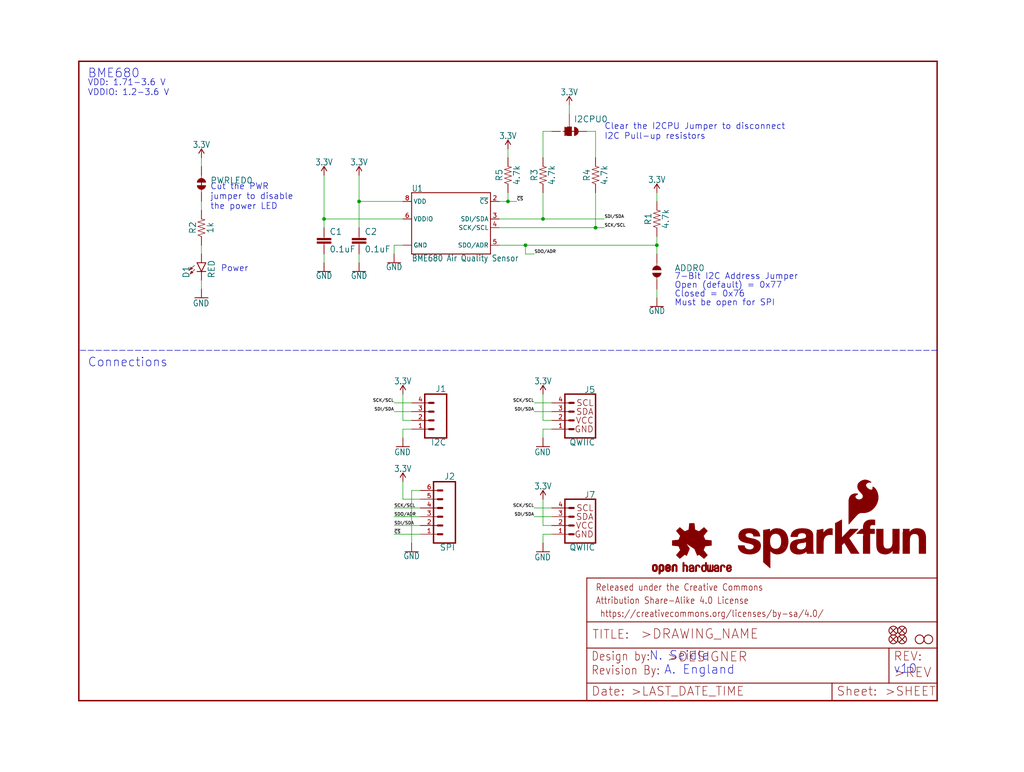
<source format=kicad_sch>
(kicad_sch (version 20211123) (generator eeschema)
  (paper "User" 297.002 223.926)
  (lib_symbols
    (symbol "eagleSchem-eagle-import:0.1UF-0603-100V-10%"
      (property "Reference" "C" (at 1.524 2.921 0))
      (property "Value" "0.1UF-0603-100V-10%" (at 1.524 -2.159 0))
      (symbol "0.1UF-0603-100V-10%_1_0"
        (pin passive line (at 0 5.08 270) (length 2.54) (name "1") (number "1"))
        (pin passive line (at 0 -2.54 90) (length 2.54) (name "2") (number "2"))
      )
    )
    (symbol "eagleSchem-eagle-import:1KOHM-0603-1{slash}10W-1%"
      (property "Reference" "R" (at 0 1.524 0))
      (property "Value" "1KOHM-0603-1{slash}10W-1%" (at 0 -1.524 0))
      (symbol "1KOHM-0603-1{slash}10W-1%_1_0"
        (pin passive line (at -5.08 0 0) (length 2.54) (name "1") (number "1"))
        (pin passive line (at 5.08 0 180) (length 2.54) (name "2") (number "2"))
      )
    )
    (symbol "eagleSchem-eagle-import:3.3V" (power)
      (property "Value" "3.3V" (at 0 2.794 0))
      (symbol "3.3V_1_0"
        (pin power_in line (at 0 0 90) (length 2.54) (name "3.3V") (number "1"))
      )
    )
    (symbol "eagleSchem-eagle-import:4.7KOHM-0603-1{slash}10W-1%"
      (property "Reference" "R" (at 0 1.524 0))
      (property "Value" "4.7KOHM-0603-1{slash}10W-1%" (at 0 -1.524 0))
      (symbol "4.7KOHM-0603-1{slash}10W-1%_1_0"
        (pin passive line (at -5.08 0 0) (length 2.54) (name "1") (number "1"))
        (pin passive line (at 5.08 0 180) (length 2.54) (name "2") (number "2"))
      )
    )
    (symbol "eagleSchem-eagle-import:BME680-LGA"
      (property "Reference" "U" (at -10.16 7.874 0))
      (property "Value" "BME680-LGA" (at -10.16 -10.414 0))
      (symbol "BME680-LGA_1_0"
        (pin bidirectional line (at -12.7 -7.62 0) (length 2.54) (name "GND") (number "1"))
        (pin bidirectional line (at 15.24 5.08 180) (length 2.54) (name "~{CS}") (number "2"))
        (pin bidirectional line (at 15.24 0 180) (length 2.54) (name "SDI/SDA") (number "3"))
        (pin bidirectional line (at 15.24 -2.54 180) (length 2.54) (name "SCK/SCL") (number "4"))
        (pin bidirectional line (at 15.24 -7.62 180) (length 2.54) (name "SDO/ADR") (number "5"))
        (pin bidirectional line (at -12.7 0 0) (length 2.54) (name "VDDIO") (number "6"))
        (pin bidirectional line (at -12.7 -7.62 0) (length 2.54) (name "GND") (number "7"))
        (pin bidirectional line (at -12.7 5.08 0) (length 2.54) (name "VDD") (number "8"))
      )
    )
    (symbol "eagleSchem-eagle-import:CONN_041X04_NO_SILK"
      (property "Reference" "J" (at -5.08 8.128 0))
      (property "Value" "CONN_041X04_NO_SILK" (at -5.08 -7.366 0))
      (symbol "CONN_041X04_NO_SILK_1_0"
        (pin passive line (at 5.08 -2.54 180) (length 5.08) (name "1") (number "1"))
        (pin passive line (at 5.08 0 180) (length 5.08) (name "2") (number "2"))
        (pin passive line (at 5.08 2.54 180) (length 5.08) (name "3") (number "3"))
        (pin passive line (at 5.08 5.08 180) (length 5.08) (name "4") (number "4"))
      )
    )
    (symbol "eagleSchem-eagle-import:CONN_06NO_SILK_FEMALE_PTH"
      (property "Reference" "J" (at -5.08 10.668 0))
      (property "Value" "CONN_06NO_SILK_FEMALE_PTH" (at -5.08 -9.906 0))
      (symbol "CONN_06NO_SILK_FEMALE_PTH_1_0"
        (pin passive line (at 5.08 -5.08 180) (length 5.08) (name "1") (number "1"))
        (pin passive line (at 5.08 -2.54 180) (length 5.08) (name "2") (number "2"))
        (pin passive line (at 5.08 0 180) (length 5.08) (name "3") (number "3"))
        (pin passive line (at 5.08 2.54 180) (length 5.08) (name "4") (number "4"))
        (pin passive line (at 5.08 5.08 180) (length 5.08) (name "5") (number "5"))
        (pin passive line (at 5.08 7.62 180) (length 5.08) (name "6") (number "6"))
      )
    )
    (symbol "eagleSchem-eagle-import:FIDUCIALUFIDUCIAL")
    (symbol "eagleSchem-eagle-import:FRAME-LETTER"
      (symbol "FRAME-LETTER_2_0"
        (text " https://creativecommons.org/licenses/by-sa/4.0/" (at 2.54 24.13 0) (effects (font (size 1.9304 1.6408)) (justify left bottom)))
        (text ">DESIGNER" (at 23.114 11.176 0) (effects (font (size 2.7432 2.7432)) (justify left bottom)))
        (text ">DRAWING_NAME" (at 15.494 17.78 0) (effects (font (size 2.7432 2.7432)) (justify left bottom)))
        (text ">LAST_DATE_TIME" (at 12.7 1.27 0) (effects (font (size 2.54 2.54)) (justify left bottom)))
        (text ">REV" (at 88.9 6.604 0) (effects (font (size 2.7432 2.7432)) (justify left bottom)))
        (text ">SHEET" (at 86.36 1.27 0) (effects (font (size 2.54 2.54)) (justify left bottom)))
        (text "Attribution Share-Alike 4.0 License" (at 2.54 27.94 0) (effects (font (size 1.9304 1.6408)) (justify left bottom)))
        (text "Date:" (at 1.27 1.27 0) (effects (font (size 2.54 2.54)) (justify left bottom)))
        (text "Design by:" (at 1.27 11.43 0) (effects (font (size 2.54 2.159)) (justify left bottom)))
        (text "Released under the Creative Commons" (at 2.54 31.75 0) (effects (font (size 1.9304 1.6408)) (justify left bottom)))
        (text "REV:" (at 88.9 11.43 0) (effects (font (size 2.54 2.54)) (justify left bottom)))
        (text "Sheet:" (at 72.39 1.27 0) (effects (font (size 2.54 2.54)) (justify left bottom)))
        (text "TITLE:" (at 1.524 17.78 0) (effects (font (size 2.54 2.54)) (justify left bottom)))
      )
    )
    (symbol "eagleSchem-eagle-import:GND" (power)
      (property "Value" "GND" (at -2.54 -2.54 0))
      (symbol "GND_1_0"
        (pin power_in line (at 0 2.54 270) (length 2.54) (name "GND") (number "1"))
      )
    )
    (symbol "eagleSchem-eagle-import:JUMPER-SMT_2_NC_TRACE_SILK"
      (property "Reference" "JP" (at -2.54 2.54 0))
      (property "Value" "JUMPER-SMT_2_NC_TRACE_SILK" (at -2.54 -2.54 0))
      (symbol "JUMPER-SMT_2_NC_TRACE_SILK_1_0"
        (pin passive line (at -5.08 0 0) (length 2.54) (name "1") (number "1"))
        (pin passive line (at 5.08 0 180) (length 2.54) (name "2") (number "2"))
      )
    )
    (symbol "eagleSchem-eagle-import:JUMPER-SMT_2_NO_SILK"
      (property "Reference" "JP" (at -2.54 2.54 0))
      (property "Value" "JUMPER-SMT_2_NO_SILK" (at -2.54 -2.54 0))
      (symbol "JUMPER-SMT_2_NO_SILK_1_0"
        (pin passive line (at -5.08 0 0) (length 2.54) (name "1") (number "1"))
        (pin passive line (at 5.08 0 180) (length 2.54) (name "2") (number "2"))
      )
    )
    (symbol "eagleSchem-eagle-import:JUMPER-SMT_3_2-NC_TRACE_SILK"
      (property "Reference" "JP" (at 2.54 0.381 0))
      (property "Value" "JUMPER-SMT_3_2-NC_TRACE_SILK" (at 2.54 -0.381 0))
      (symbol "JUMPER-SMT_3_2-NC_TRACE_SILK_1_0"
        (pin passive line (at 0 5.08 270) (length 2.54) (name "1") (number "1"))
        (pin passive line (at -5.08 0 0) (length 2.54) (name "2") (number "2"))
        (pin passive line (at 0 -5.08 90) (length 2.54) (name "3") (number "3"))
      )
    )
    (symbol "eagleSchem-eagle-import:LED-RED0603"
      (property "Reference" "D" (at -3.429 -4.572 90))
      (property "Value" "LED-RED0603" (at 1.905 -4.572 90))
      (symbol "LED-RED0603_1_0"
        (pin passive line (at 0 2.54 270) (length 2.54) (name "A") (number "A"))
        (pin passive line (at 0 -5.08 90) (length 2.54) (name "C") (number "C"))
      )
    )
    (symbol "eagleSchem-eagle-import:OSHW-LOGOMINI")
    (symbol "eagleSchem-eagle-import:QWIIC_CONNECTORJS-1MM"
      (property "Reference" "J" (at -5.08 7.874 0))
      (property "Value" "QWIIC_CONNECTORJS-1MM" (at -5.08 -5.334 0))
      (symbol "QWIIC_CONNECTORJS-1MM_1_0"
        (text "GND" (at -4.572 -2.54 0) (effects (font (size 1.778 1.778)) (justify left)))
        (text "SCL" (at -4.572 5.08 0) (effects (font (size 1.778 1.778)) (justify left)))
        (text "SDA" (at -4.572 2.54 0) (effects (font (size 1.778 1.778)) (justify left)))
        (text "VCC" (at -4.572 0 0) (effects (font (size 1.778 1.778)) (justify left)))
        (pin power_in line (at 7.62 -2.54 180) (length 5.08) (name "1") (number "1"))
        (pin power_in line (at 7.62 0 180) (length 5.08) (name "2") (number "2"))
        (pin passive line (at 7.62 2.54 180) (length 5.08) (name "3") (number "3"))
        (pin passive line (at 7.62 5.08 180) (length 5.08) (name "4") (number "4"))
      )
    )
    (symbol "eagleSchem-eagle-import:REVISION"
      (symbol "REVISION_1_0"
        (text "Revision By: " (at 0 0 0) (effects (font (size 2.54 2.159)) (justify left bottom)))
      )
    )
    (symbol "eagleSchem-eagle-import:SFE_LOGO_FLAME.1_INCH")
    (symbol "eagleSchem-eagle-import:SFE_LOGO_NAME_FLAME.1_INCH")
    (symbol "eagleSchem-eagle-import:STAND-OFFTIGHT")
  )
  (junction (at 152.4 71.12))
  (junction (at 147.32 58.42))
  (junction (at 172.72 66.04))
  (junction (at 190.5 71.12))
  (junction (at 157.48 63.5))
  (junction (at 93.98 63.5))
  (junction (at 104.14 58.42))
  (wire (pts (xy 172.72 38.1) (xy 170.18 38.1)))
  (wire (pts (xy 116.84 71.12) (xy 114.3 71.12)))
  (wire (pts (xy 104.14 66.04) (xy 104.14 58.42)))
  (wire (pts (xy 121.92 142.24) (xy 119.38 142.24)))
  (wire (pts (xy 157.48 45.72) (xy 157.48 38.1)))
  (wire (pts (xy 152.4 73.66) (xy 154.94 73.66)))
  (wire (pts (xy 157.48 152.4) (xy 157.48 144.78)))
  (wire (pts (xy 147.32 55.88) (xy 147.32 58.42)))
  (wire (pts (xy 114.3 71.12) (xy 114.3 73.66)))
  (wire (pts (xy 116.84 144.78) (xy 116.84 139.7)))
  (wire (pts (xy 144.78 66.04) (xy 172.72 66.04)))
  (wire (pts (xy 157.48 38.1) (xy 160.02 38.1)))
  (wire (pts (xy 157.48 124.46) (xy 157.48 127)))
  (wire (pts (xy 172.72 66.04) (xy 175.26 66.04)))
  (wire (pts (xy 144.78 58.42) (xy 147.32 58.42)))
  (wire (pts (xy 160.02 149.86) (xy 154.94 149.86)))
  (wire (pts (xy 190.5 55.88) (xy 190.5 58.42)))
  (wire (pts (xy 116.84 121.92) (xy 116.84 114.3)))
  (wire (pts (xy 172.72 45.72) (xy 172.72 38.1)))
  (wire (pts (xy 165.1 33.02) (xy 165.1 30.48)))
  (wire (pts (xy 93.98 50.8) (xy 93.98 63.5)))
  (wire (pts (xy 157.48 55.88) (xy 157.48 63.5)))
  (wire (pts (xy 58.42 73.66) (xy 58.42 71.12)))
  (wire (pts (xy 160.02 116.84) (xy 154.94 116.84)))
  (wire (pts (xy 190.5 83.82) (xy 190.5 86.36)))
  (wire (pts (xy 119.38 124.46) (xy 116.84 124.46)))
  (polyline (pts (xy 271.78 101.6) (xy 22.86 101.6)))
  (wire (pts (xy 152.4 71.12) (xy 152.4 73.66)))
  (wire (pts (xy 144.78 71.12) (xy 152.4 71.12)))
  (wire (pts (xy 104.14 50.8) (xy 104.14 58.42)))
  (wire (pts (xy 121.92 149.86) (xy 114.3 149.86)))
  (wire (pts (xy 121.92 147.32) (xy 114.3 147.32)))
  (wire (pts (xy 119.38 119.38) (xy 114.3 119.38)))
  (wire (pts (xy 93.98 66.04) (xy 93.98 63.5)))
  (wire (pts (xy 93.98 73.66) (xy 93.98 76.2)))
  (wire (pts (xy 119.38 121.92) (xy 116.84 121.92)))
  (wire (pts (xy 160.02 119.38) (xy 154.94 119.38)))
  (wire (pts (xy 160.02 154.94) (xy 157.48 154.94)))
  (wire (pts (xy 119.38 116.84) (xy 114.3 116.84)))
  (wire (pts (xy 119.38 142.24) (xy 119.38 157.48)))
  (wire (pts (xy 58.42 83.82) (xy 58.42 81.28)))
  (wire (pts (xy 58.42 45.72) (xy 58.42 48.26)))
  (wire (pts (xy 104.14 58.42) (xy 116.84 58.42)))
  (wire (pts (xy 160.02 121.92) (xy 157.48 121.92)))
  (wire (pts (xy 58.42 58.42) (xy 58.42 60.96)))
  (wire (pts (xy 190.5 71.12) (xy 190.5 68.58)))
  (wire (pts (xy 152.4 71.12) (xy 190.5 71.12)))
  (wire (pts (xy 144.78 63.5) (xy 157.48 63.5)))
  (wire (pts (xy 172.72 55.88) (xy 172.72 66.04)))
  (wire (pts (xy 157.48 121.92) (xy 157.48 114.3)))
  (wire (pts (xy 157.48 63.5) (xy 175.26 63.5)))
  (wire (pts (xy 121.92 154.94) (xy 114.3 154.94)))
  (wire (pts (xy 190.5 71.12) (xy 190.5 73.66)))
  (wire (pts (xy 121.92 144.78) (xy 116.84 144.78)))
  (wire (pts (xy 160.02 147.32) (xy 154.94 147.32)))
  (wire (pts (xy 121.92 152.4) (xy 114.3 152.4)))
  (wire (pts (xy 147.32 58.42) (xy 149.86 58.42)))
  (wire (pts (xy 160.02 124.46) (xy 157.48 124.46)))
  (wire (pts (xy 147.32 45.72) (xy 147.32 43.18)))
  (wire (pts (xy 93.98 63.5) (xy 116.84 63.5)))
  (wire (pts (xy 160.02 152.4) (xy 157.48 152.4)))
  (wire (pts (xy 104.14 73.66) (xy 104.14 76.2)))
  (wire (pts (xy 116.84 124.46) (xy 116.84 127)))
  (wire (pts (xy 157.48 154.94) (xy 157.48 157.48)))
  (text "Open (default) = 0x77" (at 195.58 83.82 180) (effects (font (size 1.778 1.778)) (justify left bottom)))
  (text "VDD: 1.71-3.6 V\nVDDIO: 1.2-3.6 V" (at 25.4 27.94 180) (effects (font (size 1.778 1.778)) (justify left bottom)))
  (text "BME680" (at 25.4 22.86 180) (effects (font (size 2.54 2.54)) (justify left bottom)))
  (text "Power" (at 64.008 78.994 180) (effects (font (size 1.778 1.778)) (justify left bottom)))
  (text "7-Bit I2C Address Jumper" (at 195.58 81.28 180) (effects (font (size 1.778 1.778)) (justify left bottom)))
  (text "Connections" (at 25.4 106.68 180) (effects (font (size 2.54 2.54)) (justify left bottom)))
  (text "A. England" (at 192.532 195.834 180) (effects (font (size 2.54 2.54)) (justify left bottom)))
  (text "Cut the PWR\njumper to disable\nthe power LED" (at 60.96 60.96 180) (effects (font (size 1.778 1.778)) (justify left bottom)))
  (text "Closed = 0x76" (at 195.58 86.36 180) (effects (font (size 1.778 1.778)) (justify left bottom)))
  (text "Must be open for SPI" (at 195.58 88.9 180) (effects (font (size 1.778 1.778)) (justify left bottom)))
  (text "Clear the I2CPU Jumper to disconnect\nI2C Pull-up resistors" (at 175.26 40.64 0) (effects (font (size 1.778 1.778)) (justify left bottom)))
  (text "N. Seidle" (at 188.214 191.77 180) (effects (font (size 2.54 2.54)) (justify left bottom)))
  (text "v10" (at 259.08 195.58 180) (effects (font (size 2.54 2.54)) (justify left bottom)))
  (label "SDI/SDA" (at 175.26 63.5 0) (effects (font (size 0.889 0.889))))
  (label "~{CS}" (at 149.86 58.42 0) (effects (font (size 0.889 0.889))))
  (label "SDI/SDA" (at 114.3 119.38 180) (effects (font (size 0.889 0.889))))
  (label "SCK/SCL" (at 154.94 116.84 180) (effects (font (size 0.889 0.889))))
  (label "SDO/ADR" (at 114.3 149.86 0) (effects (font (size 0.889 0.889))))
  (label "SDI/SDA" (at 154.94 149.86 180) (effects (font (size 0.889 0.889))))
  (label "SCK/SCL" (at 114.3 147.32 0) (effects (font (size 0.889 0.889))))
  (label "~{CS}" (at 114.3 154.94 0) (effects (font (size 0.889 0.889))))
  (label "SCK/SCL" (at 154.94 147.32 180) (effects (font (size 0.889 0.889))))
  (label "SDI/SDA" (at 154.94 119.38 180) (effects (font (size 0.889 0.889))))
  (label "SCK/SCL" (at 175.26 66.04 0) (effects (font (size 0.889 0.889))))
  (label "SCK/SCL" (at 114.3 116.84 180) (effects (font (size 0.889 0.889))))
  (label "SDI/SDA" (at 114.3 152.4 0) (effects (font (size 0.889 0.889))))
  (label "SDO/ADR" (at 154.94 73.66 0) (effects (font (size 0.889 0.889))))
  (symbol (lib_id "eagleSchem-eagle-import:FIDUCIALUFIDUCIAL") (at 261.62 182.88 0) (unit 1)
    (property "Reference" "FD2" (effects hide))
    (property "Value" "FIDUCIALUFIDUCIAL" (effects hide))
    (property "Footprint" "eagleSchem:FIDUCIAL-MICRO" (effects hide))
  )
  (symbol (lib_id "eagleSchem-eagle-import:GND") (at 116.84 129.54 0) (unit 1)
    (property "Reference" "#GND10" (effects hide))
    (property "Value" "GND" (at 114.3 132.08 0) (effects (font (size 1.778 1.5113)) (justify left bottom)))
    (property "Footprint" "eagleSchem:" (effects hide))
  )
  (symbol (lib_id "eagleSchem-eagle-import:QWIIC_CONNECTORJS-1MM") (at 167.64 121.92 0) (mirror y) (unit 1)
    (property "Reference" "J5" (at 172.72 114.046 0) (effects (font (size 1.778 1.778)) (justify left bottom)))
    (property "Value" "QWIIC" (at 172.72 127.254 0) (effects (font (size 1.778 1.778)) (justify left top)))
    (property "Footprint" "eagleSchem:JST04_1MM_RA" (effects hide))
  )
  (symbol (lib_id "eagleSchem-eagle-import:3.3V") (at 157.48 144.78 0) (unit 1)
    (property "Reference" "#SUPPLY12" (effects hide))
    (property "Value" "3.3V" (at 157.48 141.986 0) (effects (font (size 1.778 1.5113)) (justify bottom)))
    (property "Footprint" "eagleSchem:" (effects hide))
  )
  (symbol (lib_id "eagleSchem-eagle-import:GND") (at 157.48 129.54 0) (unit 1)
    (property "Reference" "#GND9" (effects hide))
    (property "Value" "GND" (at 154.94 132.08 0) (effects (font (size 1.778 1.5113)) (justify left bottom)))
    (property "Footprint" "eagleSchem:" (effects hide))
  )
  (symbol (lib_id "eagleSchem-eagle-import:4.7KOHM-0603-1{slash}10W-1%") (at 190.5 63.5 90) (unit 1)
    (property "Reference" "R1" (at 188.976 63.5 0) (effects (font (size 1.778 1.778)) (justify bottom)))
    (property "Value" "4.7k" (at 192.024 63.5 0) (effects (font (size 1.778 1.778)) (justify top)))
    (property "Footprint" "eagleSchem:0603@1" (effects hide))
  )
  (symbol (lib_id "eagleSchem-eagle-import:1KOHM-0603-1{slash}10W-1%") (at 58.42 66.04 90) (unit 1)
    (property "Reference" "R2" (at 56.896 66.04 0) (effects (font (size 1.778 1.778)) (justify bottom)))
    (property "Value" "1k" (at 59.944 66.04 0) (effects (font (size 1.778 1.778)) (justify top)))
    (property "Footprint" "eagleSchem:0603" (effects hide))
  )
  (symbol (lib_id "eagleSchem-eagle-import:JUMPER-SMT_2_NO_SILK") (at 190.5 78.74 90) (unit 1)
    (property "Reference" "ADDR0" (at 195.58 78.74 90) (effects (font (size 1.778 1.778)) (justify right top)))
    (property "Value" "JUMPER-SMT_2_NO_SILK" (effects hide))
    (property "Footprint" "eagleSchem:SMT-JUMPER_2_NO_SILK" (effects hide))
  )
  (symbol (lib_id "eagleSchem-eagle-import:3.3V") (at 104.14 50.8 0) (unit 1)
    (property "Reference" "#SUPPLY2" (effects hide))
    (property "Value" "3.3V" (at 104.14 48.006 0) (effects (font (size 1.778 1.5113)) (justify bottom)))
    (property "Footprint" "eagleSchem:" (effects hide))
  )
  (symbol (lib_id "eagleSchem-eagle-import:QWIIC_CONNECTORJS-1MM") (at 167.64 152.4 0) (mirror y) (unit 1)
    (property "Reference" "J7" (at 172.72 144.526 0) (effects (font (size 1.778 1.778)) (justify left bottom)))
    (property "Value" "QWIIC" (at 172.72 157.734 0) (effects (font (size 1.778 1.778)) (justify left top)))
    (property "Footprint" "eagleSchem:JST04_1MM_RA" (effects hide))
  )
  (symbol (lib_id "eagleSchem-eagle-import:3.3V") (at 93.98 50.8 0) (unit 1)
    (property "Reference" "#SUPPLY1" (effects hide))
    (property "Value" "3.3V" (at 93.98 48.006 0) (effects (font (size 1.778 1.5113)) (justify bottom)))
    (property "Footprint" "eagleSchem:" (effects hide))
  )
  (symbol (lib_id "eagleSchem-eagle-import:0.1UF-0603-100V-10%") (at 104.14 71.12 0) (unit 1)
    (property "Reference" "C2" (at 105.664 68.199 0) (effects (font (size 1.778 1.778)) (justify left bottom)))
    (property "Value" "0.1uF" (at 105.664 73.279 0) (effects (font (size 1.778 1.778)) (justify left bottom)))
    (property "Footprint" "eagleSchem:0603" (effects hide))
  )
  (symbol (lib_id "eagleSchem-eagle-import:BME680-LGA") (at 129.54 63.5 0) (unit 1)
    (property "Reference" "U1" (at 119.38 55.626 0) (effects (font (size 1.778 1.5113)) (justify left bottom)))
    (property "Value" "BME680 Air Quality Sensor" (at 119.38 73.914 0) (effects (font (size 1.778 1.5113)) (justify left top)))
    (property "Footprint" "eagleSchem:LGA3.0X3.0" (effects hide))
  )
  (symbol (lib_id "eagleSchem-eagle-import:GND") (at 93.98 78.74 0) (unit 1)
    (property "Reference" "#GND2" (effects hide))
    (property "Value" "GND" (at 93.98 78.994 0) (effects (font (size 1.778 1.5113)) (justify top)))
    (property "Footprint" "eagleSchem:" (effects hide))
  )
  (symbol (lib_id "eagleSchem-eagle-import:STAND-OFFTIGHT") (at 269.24 185.42 0) (unit 1)
    (property "Reference" "H1" (effects hide))
    (property "Value" "STAND-OFFTIGHT" (effects hide))
    (property "Footprint" "eagleSchem:STAND-OFF-TIGHT" (effects hide))
  )
  (symbol (lib_id "eagleSchem-eagle-import:FRAME-LETTER") (at 170.18 203.2 0) (unit 2)
    (property "Reference" "FRAME1" (effects hide))
    (property "Value" "FRAME-LETTER" (effects hide))
    (property "Footprint" "eagleSchem:CREATIVE_COMMONS" (effects hide))
  )
  (symbol (lib_id "eagleSchem-eagle-import:4.7KOHM-0603-1{slash}10W-1%") (at 157.48 50.8 90) (unit 1)
    (property "Reference" "R3" (at 155.956 50.8 0) (effects (font (size 1.778 1.778)) (justify bottom)))
    (property "Value" "4.7k" (at 159.004 50.8 0) (effects (font (size 1.778 1.778)) (justify top)))
    (property "Footprint" "eagleSchem:0603@1" (effects hide))
  )
  (symbol (lib_id "eagleSchem-eagle-import:3.3V") (at 147.32 43.18 0) (unit 1)
    (property "Reference" "#SUPPLY3" (effects hide))
    (property "Value" "3.3V" (at 147.32 40.386 0) (effects (font (size 1.778 1.5113)) (justify bottom)))
    (property "Footprint" "eagleSchem:" (effects hide))
  )
  (symbol (lib_id "eagleSchem-eagle-import:OSHW-LOGOMINI") (at 200.66 157.48 0) (unit 1)
    (property "Reference" "LOGO1" (effects hide))
    (property "Value" "OSHW-LOGOMINI" (effects hide))
    (property "Footprint" "eagleSchem:OSHW-LOGO-MINI" (effects hide))
  )
  (symbol (lib_id "eagleSchem-eagle-import:3.3V") (at 58.42 45.72 0) (unit 1)
    (property "Reference" "#SUPPLY6" (effects hide))
    (property "Value" "3.3V" (at 58.42 42.926 0) (effects (font (size 1.778 1.5113)) (justify bottom)))
    (property "Footprint" "eagleSchem:" (effects hide))
  )
  (symbol (lib_id "eagleSchem-eagle-import:4.7KOHM-0603-1{slash}10W-1%") (at 147.32 50.8 90) (unit 1)
    (property "Reference" "R5" (at 145.796 50.8 0) (effects (font (size 1.778 1.778)) (justify bottom)))
    (property "Value" "4.7k" (at 148.844 50.8 0) (effects (font (size 1.778 1.778)) (justify top)))
    (property "Footprint" "eagleSchem:0603@1" (effects hide))
  )
  (symbol (lib_id "eagleSchem-eagle-import:SFE_LOGO_FLAME.1_INCH") (at 245.872 152.4 0) (unit 1)
    (property "Reference" "LOGO4" (effects hide))
    (property "Value" "SFE_LOGO_FLAME.1_INCH" (effects hide))
    (property "Footprint" "eagleSchem:SFE_LOGO_FLAME_.1" (effects hide))
  )
  (symbol (lib_id "eagleSchem-eagle-import:CONN_06NO_SILK_FEMALE_PTH") (at 127 149.86 0) (mirror y) (unit 1)
    (property "Reference" "J2" (at 132.08 139.192 0) (effects (font (size 1.778 1.778)) (justify left bottom)))
    (property "Value" "SPI" (at 132.08 159.766 0) (effects (font (size 1.778 1.778)) (justify left bottom)))
    (property "Footprint" "eagleSchem:1X06_NO_SILK" (effects hide))
  )
  (symbol (lib_id "eagleSchem-eagle-import:3.3V") (at 157.48 114.3 0) (unit 1)
    (property "Reference" "#SUPPLY10" (effects hide))
    (property "Value" "3.3V" (at 157.48 111.506 0) (effects (font (size 1.778 1.5113)) (justify bottom)))
    (property "Footprint" "eagleSchem:" (effects hide))
  )
  (symbol (lib_id "eagleSchem-eagle-import:GND") (at 104.14 78.74 0) (unit 1)
    (property "Reference" "#GND3" (effects hide))
    (property "Value" "GND" (at 104.14 78.994 0) (effects (font (size 1.778 1.5113)) (justify top)))
    (property "Footprint" "eagleSchem:" (effects hide))
  )
  (symbol (lib_id "eagleSchem-eagle-import:SFE_LOGO_NAME_FLAME.1_INCH") (at 213.36 165.1 0) (unit 1)
    (property "Reference" "LOGO2" (effects hide))
    (property "Value" "SFE_LOGO_NAME_FLAME.1_INCH" (effects hide))
    (property "Footprint" "eagleSchem:SFE_LOGO_NAME_FLAME_.1" (effects hide))
  )
  (symbol (lib_id "eagleSchem-eagle-import:FIDUCIALUFIDUCIAL") (at 259.08 182.88 0) (unit 1)
    (property "Reference" "FD3" (effects hide))
    (property "Value" "FIDUCIALUFIDUCIAL" (effects hide))
    (property "Footprint" "eagleSchem:FIDUCIAL-MICRO" (effects hide))
  )
  (symbol (lib_id "eagleSchem-eagle-import:JUMPER-SMT_2_NC_TRACE_SILK") (at 58.42 53.34 90) (unit 1)
    (property "Reference" "PWRLED0" (at 60.96 53.34 90) (effects (font (size 1.778 1.778)) (justify right top)))
    (property "Value" "JUMPER-SMT_2_NC_TRACE_SILK" (effects hide))
    (property "Footprint" "eagleSchem:SMT-JUMPER_2_NC_TRACE_SILK" (effects hide))
  )
  (symbol (lib_id "eagleSchem-eagle-import:FIDUCIALUFIDUCIAL") (at 261.62 185.42 0) (unit 1)
    (property "Reference" "FD1" (effects hide))
    (property "Value" "FIDUCIALUFIDUCIAL" (effects hide))
    (property "Footprint" "eagleSchem:FIDUCIAL-MICRO" (effects hide))
  )
  (symbol (lib_id "eagleSchem-eagle-import:GND") (at 114.3 76.2 0) (unit 1)
    (property "Reference" "#GND4" (effects hide))
    (property "Value" "GND" (at 114.3 76.454 0) (effects (font (size 1.778 1.5113)) (justify top)))
    (property "Footprint" "eagleSchem:" (effects hide))
  )
  (symbol (lib_id "eagleSchem-eagle-import:JUMPER-SMT_3_2-NC_TRACE_SILK") (at 165.1 38.1 270) (unit 1)
    (property "Reference" "I2CPU0" (at 166.37 35.56 90) (effects (font (size 1.778 1.778)) (justify left bottom)))
    (property "Value" "I2C PU" (effects hide))
    (property "Footprint" "eagleSchem:SMT-JUMPER_3_2-NC_TRACE_SILK" (effects hide))
  )
  (symbol (lib_id "eagleSchem-eagle-import:FRAME-LETTER") (at 22.86 203.2 0) (unit 1)
    (property "Reference" "FRAME1" (effects hide))
    (property "Value" "FRAME-LETTER" (effects hide))
    (property "Footprint" "eagleSchem:CREATIVE_COMMONS" (effects hide))
  )
  (symbol (lib_id "eagleSchem-eagle-import:LED-RED0603") (at 58.42 76.2 0) (unit 1)
    (property "Reference" "D1" (at 54.991 80.772 90) (effects (font (size 1.778 1.778)) (justify left bottom)))
    (property "Value" "RED" (at 60.325 80.772 90) (effects (font (size 1.778 1.778)) (justify left top)))
    (property "Footprint" "eagleSchem:LED-0603" (effects hide))
  )
  (symbol (lib_id "eagleSchem-eagle-import:STAND-OFFTIGHT") (at 266.7 185.42 0) (unit 1)
    (property "Reference" "H2" (effects hide))
    (property "Value" "STAND-OFFTIGHT" (effects hide))
    (property "Footprint" "eagleSchem:STAND-OFF-TIGHT" (effects hide))
  )
  (symbol (lib_id "eagleSchem-eagle-import:GND") (at 157.48 160.02 0) (unit 1)
    (property "Reference" "#GND11" (effects hide))
    (property "Value" "GND" (at 154.94 162.56 0) (effects (font (size 1.778 1.5113)) (justify left bottom)))
    (property "Footprint" "eagleSchem:" (effects hide))
  )
  (symbol (lib_id "eagleSchem-eagle-import:3.3V") (at 116.84 114.3 0) (unit 1)
    (property "Reference" "#SUPPLY11" (effects hide))
    (property "Value" "3.3V" (at 116.84 111.506 0) (effects (font (size 1.778 1.5113)) (justify bottom)))
    (property "Footprint" "eagleSchem:" (effects hide))
  )
  (symbol (lib_id "eagleSchem-eagle-import:3.3V") (at 165.1 30.48 0) (unit 1)
    (property "Reference" "#SUPPLY4" (effects hide))
    (property "Value" "3.3V" (at 165.1 27.686 0) (effects (font (size 1.778 1.5113)) (justify bottom)))
    (property "Footprint" "eagleSchem:" (effects hide))
  )
  (symbol (lib_id "eagleSchem-eagle-import:GND") (at 119.38 160.02 0) (mirror y) (unit 1)
    (property "Reference" "#GND8" (effects hide))
    (property "Value" "GND" (at 119.38 160.274 0) (effects (font (size 1.778 1.5113)) (justify top)))
    (property "Footprint" "eagleSchem:" (effects hide))
  )
  (symbol (lib_id "eagleSchem-eagle-import:4.7KOHM-0603-1{slash}10W-1%") (at 172.72 50.8 90) (unit 1)
    (property "Reference" "R4" (at 171.196 50.8 0) (effects (font (size 1.778 1.778)) (justify bottom)))
    (property "Value" "4.7k" (at 174.244 50.8 0) (effects (font (size 1.778 1.778)) (justify top)))
    (property "Footprint" "eagleSchem:0603@1" (effects hide))
  )
  (symbol (lib_id "eagleSchem-eagle-import:3.3V") (at 190.5 55.88 0) (unit 1)
    (property "Reference" "#SUPPLY5" (effects hide))
    (property "Value" "3.3V" (at 190.5 53.086 0) (effects (font (size 1.778 1.5113)) (justify bottom)))
    (property "Footprint" "eagleSchem:" (effects hide))
  )
  (symbol (lib_id "eagleSchem-eagle-import:3.3V") (at 116.84 139.7 0) (mirror y) (unit 1)
    (property "Reference" "#SUPPLY9" (effects hide))
    (property "Value" "3.3V" (at 116.84 136.906 0) (effects (font (size 1.778 1.5113)) (justify bottom)))
    (property "Footprint" "eagleSchem:" (effects hide))
  )
  (symbol (lib_id "eagleSchem-eagle-import:FIDUCIALUFIDUCIAL") (at 259.08 185.42 0) (unit 1)
    (property "Reference" "FD4" (effects hide))
    (property "Value" "FIDUCIALUFIDUCIAL" (effects hide))
    (property "Footprint" "eagleSchem:FIDUCIAL-MICRO" (effects hide))
  )
  (symbol (lib_id "eagleSchem-eagle-import:CONN_041X04_NO_SILK") (at 124.46 121.92 0) (mirror y) (unit 1)
    (property "Reference" "J1" (at 129.54 113.792 0) (effects (font (size 1.778 1.778)) (justify left bottom)))
    (property "Value" "I2C" (at 129.54 129.286 0) (effects (font (size 1.778 1.778)) (justify left bottom)))
    (property "Footprint" "eagleSchem:1X04_NO_SILK" (effects hide))
  )
  (symbol (lib_id "eagleSchem-eagle-import:GND") (at 190.5 88.9 0) (unit 1)
    (property "Reference" "#GND5" (effects hide))
    (property "Value" "GND" (at 190.5 89.154 0) (effects (font (size 1.778 1.5113)) (justify top)))
    (property "Footprint" "eagleSchem:" (effects hide))
  )
  (symbol (lib_id "eagleSchem-eagle-import:0.1UF-0603-100V-10%") (at 93.98 71.12 0) (unit 1)
    (property "Reference" "C1" (at 95.504 68.199 0) (effects (font (size 1.778 1.778)) (justify left bottom)))
    (property "Value" "0.1uF" (at 95.504 73.279 0) (effects (font (size 1.778 1.778)) (justify left bottom)))
    (property "Footprint" "eagleSchem:0603" (effects hide))
  )
  (symbol (lib_id "eagleSchem-eagle-import:GND") (at 58.42 86.36 0) (unit 1)
    (property "Reference" "#GND1" (effects hide))
    (property "Value" "GND" (at 55.88 88.9 0) (effects (font (size 1.778 1.5113)) (justify left bottom)))
    (property "Footprint" "eagleSchem:" (effects hide))
  )
  (symbol (lib_id "eagleSchem-eagle-import:REVISION") (at 171.45 195.834 0) (unit 1)
    (property "Reference" "LOGO3" (effects hide))
    (property "Value" "REVISION" (effects hide))
    (property "Footprint" "eagleSchem:REVISION" (effects hide))
  )
)
</source>
